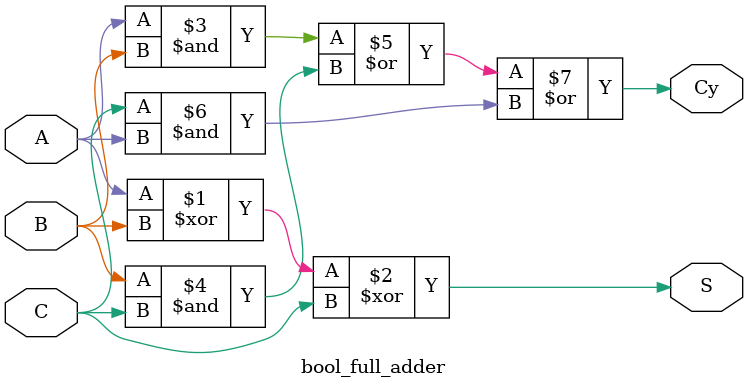
<source format=v>
module bool_full_adder(S, Cy, A, B, C);
  input A, B, C;
  output S, Cy;
  assign S = A^B^C;
  assign Cy = (A&B) | (B&C) | (C&A);
endmodule

</source>
